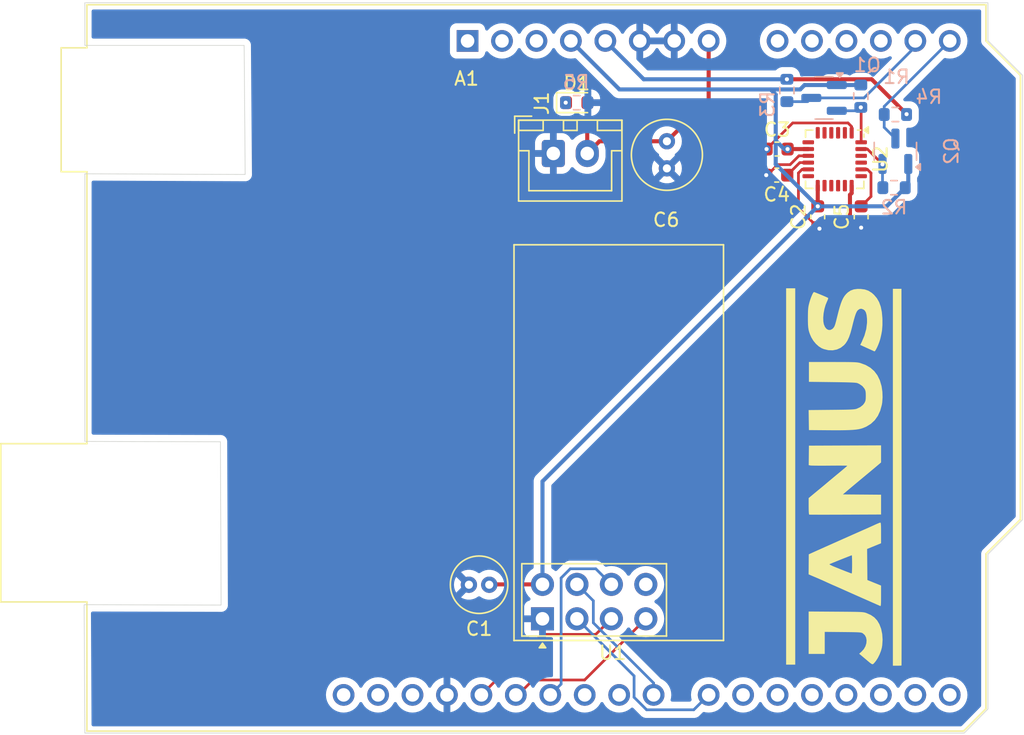
<source format=kicad_pcb>
(kicad_pcb (version 20240108) (generator "pcbnew") (generator_version "8.0")
  (layers (0 "F.Cu" signal) (31 "B.Cu" signal) (34 "B.Paste" user) (35 "F.Paste" user) (36 "B.SilkS" user "B.Silkscreen") (37 "F.SilkS" user "F.Silkscreen") (38 "B.Mask" user) (39 "F.Mask" user) (44 "Edge.Cuts" user))
  (net 0 "")
  (net 2 "CE")
  (net 4 "GND")
  (net 10 "+5V")
  (net 12 "CSN")
  (net 17 "SCL")
  (net 20 "MOSI")
  (net 21 "MISO")
  (net 22 "SDA")
  (net 25 "+BATT")
  (net 26 "SCK")
  (net 30 "+3.3V")
  (net 31 "Net-(U2-REGOUT)")
  (net 32 "Net-(U2-CPOUT)")
  (net 33 "Net-(D1-K)")
  (net 34 "SDA_3.3V")
  (net 35 "SCL_3.3V")
  (footprint "Capacitor_THT:C_Radial_D5.0mm_H7.0mm_P2.00mm" (layer "F.Cu") (at 69.625 38.475 -90)
    (property "Reference" "C6" (at 5.8 0.05 180) (layer "F.SilkS"))
    (property "Value" "100u")
    (fp_circle (center 1 0) (end 3.62 0) (stroke (width 0.12)) (fill none) (layer "F.SilkS"))
    (pad "1" thru_hole circle (at 0 0 270) (size 1.2 1.2) (drill 0.6) (layers "*.Cu" "*.Mask") (net 25 "+BATT"))
    (pad "2" thru_hole circle (at 2 0 270) (size 1.2 1.2) (drill 0.6) (layers "*.Cu" "*.Mask") (net 4 "GND"))
  )
  (footprint "Capacitor_SMD:C_0603_1608Metric" (layer "F.Cu") (at 77.75 39.05)
    (property "Reference" "C3" (at 0 -1.43 360) (layer "F.SilkS"))
    (property "Value" "100n")
    (fp_line (start -0.14058 -0.51) (end 0.14058 -0.51) (stroke (width 0.12)) (layer "F.SilkS"))
    (fp_line (start -0.14058 0.51) (end 0.14058 0.51) (stroke (width 0.12)) (layer "F.SilkS"))
    (pad "1" smd roundrect (at -0.775 0) (size 0.9 0.95) (layers "F.Cu" "F.Paste" "F.Mask") (net 4 "GND"))
    (pad "2" smd roundrect (at 0.775 0) (size 0.9 0.95) (layers "F.Cu" "F.Paste" "F.Mask") (net 30 "+3.3V"))
  )
  (footprint "Module:Arduino_UNO_R3" (layer "F.Cu") (at 54.925 31.07)
    (property "Reference" "A1" (at -0.075 2.78 0) (layer "F.SilkS"))
    (property "Value" "Arduino_UNO_R3")
    (fp_line (start -34.42 29.72) (end -34.42 41.4) (stroke (width 0.12)) (layer "F.SilkS"))
    (fp_line (start -34.42 41.4) (end -28.07 41.4) (stroke (width 0.12)) (layer "F.SilkS"))
    (fp_line (start -29.97 0.51) (end -29.97 9.65) (stroke (width 0.12)) (layer "F.SilkS"))
    (fp_line (start -29.97 9.65) (end -28.07 9.65) (stroke (width 0.12)) (layer "F.SilkS"))
    (fp_line (start -28.07 -2.67) (end -28.07 0.51) (stroke (width 0.12)) (layer "F.SilkS"))
    (fp_line (start -28.07 0.51) (end -29.97 0.51) (stroke (width 0.12)) (layer "F.SilkS"))
    (fp_line (start -28.07 9.65) (end -28.07 29.72) (stroke (width 0.12)) (layer "F.SilkS"))
    (fp_line (start -28.07 29.72) (end -34.42 29.72) (stroke (width 0.12)) (layer "F.SilkS"))
    (fp_line (start -28.07 41.4) (end -28.07 50.93) (stroke (width 0.12)) (layer "F.SilkS"))
    (fp_line (start -28.07 50.93) (end 36.58 50.93) (stroke (width 0.12)) (layer "F.SilkS"))
    (fp_line (start 36.58 50.93) (end 38.23 49.28) (stroke (width 0.12)) (layer "F.SilkS"))
    (fp_line (start 38.23 -2.67) (end -28.07 -2.67) (stroke (width 0.12)) (layer "F.SilkS"))
    (fp_line (start 38.23 0) (end 38.23 -2.67) (stroke (width 0.12)) (layer "F.SilkS"))
    (fp_line (start 38.23 37.85) (end 40.77 35.31) (stroke (width 0.12)) (layer "F.SilkS"))
    (fp_line (start 38.23 49.28) (end 38.23 37.85) (stroke (width 0.12)) (layer "F.SilkS"))
    (fp_line (start 40.77 2.54) (end 38.23 0) (stroke (width 0.12)) (layer "F.SilkS"))
    (fp_line (start 40.77 35.31) (end 40.77 2.54) (stroke (width 0.12)) (layer "F.SilkS"))
    (pad "1" thru_hole rect (at 0 0 90) (size 1.6 1.6) (drill 1) (layers "*.Cu" "*.Mask"))
    (pad "2" thru_hole oval (at 2.54 0 90) (size 1.6 1.6) (drill 1) (layers "*.Cu" "*.Mask"))
    (pad "3" thru_hole oval (at 5.08 0 90) (size 1.6 1.6) (drill 1) (layers "*.Cu" "*.Mask"))
    (pad "4" thru_hole oval (at 7.62 0 90) (size 1.6 1.6) (drill 1) (layers "*.Cu" "*.Mask") (net 30 "+3.3V"))
    (pad "5" thru_hole oval (at 10.16 0 90) (size 1.6 1.6) (drill 1) (layers "*.Cu" "*.Mask") (net 10 "+5V"))
    (pad "6" thru_hole oval (at 12.7 0 90) (size 1.6 1.6) (drill 1) (layers "*.Cu" "*.Mask") (net 4 "GND"))
    (pad "7" thru_hole oval (at 15.24 0 90) (size 1.6 1.6) (drill 1) (layers "*.Cu" "*.Mask") (net 4 "GND"))
    (pad "8" thru_hole oval (at 17.78 0 90) (size 1.6 1.6) (drill 1) (layers "*.Cu" "*.Mask") (net 25 "+BATT"))
    (pad "9" thru_hole oval (at 22.86 0 90) (size 1.6 1.6) (drill 1) (layers "*.Cu" "*.Mask"))
    (pad "10" thru_hole oval (at 25.4 0 90) (size 1.6 1.6) (drill 1) (layers "*.Cu" "*.Mask"))
    (pad "11" thru_hole oval (at 27.94 0 90) (size 1.6 1.6) (drill 1) (layers "*.Cu" "*.Mask"))
    (pad "12" thru_hole oval (at 30.48 0 90) (size 1.6 1.6) (drill 1) (layers "*.Cu" "*.Mask"))
    (pad "13" thru_hole oval (at 33.02 0 90) (size 1.6 1.6) (drill 1) (layers "*.Cu" "*.Mask") (net 22 "SDA"))
    (pad "14" thru_hole oval (at 35.56 0 90) (size 1.6 1.6) (drill 1) (layers "*.Cu" "*.Mask") (net 17 "SCL"))
    (pad "15" thru_hole oval (at 35.56 48.26 90) (size 1.6 1.6) (drill 1) (layers "*.Cu" "*.Mask"))
    (pad "16" thru_hole oval (at 33.02 48.26 90) (size 1.6 1.6) (drill 1) (layers "*.Cu" "*.Mask"))
    (pad "17" thru_hole oval (at 30.48 48.26 90) (size 1.6 1.6) (drill 1) (layers "*.Cu" "*.Mask"))
    (pad "18" thru_hole oval (at 27.94 48.26 90) (size 1.6 1.6) (drill 1) (layers "*.Cu" "*.Mask"))
    (pad "19" thru_hole oval (at 25.4 48.26 90) (size 1.6 1.6) (drill 1) (layers "*.Cu" "*.Mask"))
    (pad "20" thru_hole oval (at 22.86 48.26 90) (size 1.6 1.6) (drill 1) (layers "*.Cu" "*.Mask"))
    (pad "21" thru_hole oval (at 20.32 48.26 90) (size 1.6 1.6) (drill 1) (layers "*.Cu" "*.Mask"))
    (pad "22" thru_hole oval (at 17.78 48.26 90) (size 1.6 1.6) (drill 1) (layers "*.Cu" "*.Mask") (net 2 "CE"))
    (pad "23" thru_hole oval (at 13.72 48.26 90) (size 1.6 1.6) (drill 1) (layers "*.Cu" "*.Mask") (net 12 "CSN"))
    (pad "24" thru_hole oval (at 11.18 48.26 90) (size 1.6 1.6) (drill 1) (layers "*.Cu" "*.Mask"))
    (pad "25" thru_hole oval (at 8.64 48.26 90) (size 1.6 1.6) (drill 1) (layers "*.Cu" "*.Mask"))
    (pad "26" thru_hole oval (at 6.1 48.26 90) (size 1.6 1.6) (drill 1) (layers "*.Cu" "*.Mask") (net 20 "MOSI"))
    (pad "27" thru_hole oval (at 3.56 48.26 90) (size 1.6 1.6) (drill 1) (layers "*.Cu" "*.Mask") (net 21 "MISO"))
    (pad "28" thru_hole oval (at 1.02 48.26 90) (size 1.6 1.6) (drill 1) (layers "*.Cu" "*.Mask") (net 26 "SCK"))
    (pad "29" thru_hole oval (at -1.52 48.26 90) (size 1.6 1.6) (drill 1) (layers "*.Cu" "*.Mask") (net 4 "GND"))
    (pad "30" thru_hole oval (at -4.06 48.26 90) (size 1.6 1.6) (drill 1) (layers "*.Cu" "*.Mask"))
    (pad "31" thru_hole oval (at -6.6 48.26 90) (size 1.6 1.6) (drill 1) (layers "*.Cu" "*.Mask"))
    (pad "32" thru_hole oval (at -9.14 48.26 90) (size 1.6 1.6) (drill 1) (layers "*.Cu" "*.Mask"))
  )
  (footprint "LED_SMD:LED_0603_1608Metric" (layer "F.Cu") (at 62.975 35.625)
    (property "Reference" "D1" (at 0 -1.43 360) (layer "F.SilkS"))
    (property "Value" "LED")
    (fp_line (start -1.485 -0.735) (end -1.485 0.735) (stroke (width 0.12)) (layer "F.SilkS"))
    (fp_line (start -1.485 0.735) (end 0.8 0.735) (stroke (width 0.12)) (layer "F.SilkS"))
    (fp_line (start 0.8 -0.735) (end -1.485 -0.735) (stroke (width 0.12)) (layer "F.SilkS"))
    (pad "1" smd roundrect (at -0.7875 0) (size 0.875 0.95) (layers "F.Cu" "F.Paste" "F.Mask") (net 33 "Net-(D1-K)"))
    (pad "2" smd roundrect (at 0.7875 0) (size 0.875 0.95) (layers "F.Cu" "F.Paste" "F.Mask") (net 25 "+BATT"))
  )
  (footprint "Capacitor_SMD:C_0603_1608Metric" (layer "F.Cu") (at 77.725 40.975 180)
    (property "Reference" "C4" (at 0 -1.43 360) (layer "F.SilkS"))
    (property "Value" "100n")
    (fp_line (start -0.14058 0.51) (end 0.14058 0.51) (stroke (width 0.12)) (layer "F.SilkS"))
    (fp_line (start -0.14058 -0.51) (end 0.14058 -0.51) (stroke (width 0.12)) (layer "F.SilkS"))
    (pad "1" smd roundrect (at -0.775 0 180) (size 0.9 0.95) (layers "F.Cu" "F.Paste" "F.Mask") (net 31 "Net-(U2-REGOUT)"))
    (pad "2" smd roundrect (at 0.775 0 180) (size 0.9 0.95) (layers "F.Cu" "F.Paste" "F.Mask") (net 4 "GND"))
  )
  (footprint "Capacitor_SMD:C_0603_1608Metric" (layer "F.Cu") (at 80.75 44.05 90)
    (property "Reference" "C2" (at 0 -1.43 90) (layer "F.SilkS"))
    (property "Value" "100n")
    (fp_line (start -0.14058 -0.51) (end 0.14058 -0.51) (stroke (width 0.12)) (layer "F.SilkS"))
    (fp_line (start -0.14058 0.51) (end 0.14058 0.51) (stroke (width 0.12)) (layer "F.SilkS"))
    (pad "1" smd roundrect (at -0.775 0 90) (size 0.9 0.95) (layers "F.Cu" "F.Paste" "F.Mask") (net 4 "GND"))
    (pad "2" smd roundrect (at 0.775 0 90) (size 0.9 0.95) (layers "F.Cu" "F.Paste" "F.Mask") (net 30 "+3.3V"))
  )
  (footprint "Capacitor_THT:C_Radial_D4.0mm_H5.0mm_P1.50mm" (layer "F.Cu") (at 56.525 71.2 180)
    (property "Reference" "C1" (at 0.75 -3.25 360) (layer "F.SilkS"))
    (property "Value" "10uf")
    (fp_circle (center 0.75 0) (end 2.87 0) (stroke (width 0.12)) (fill none) (layer "F.SilkS"))
    (pad "1" thru_hole circle (at 0 0 180) (size 1.2 1.2) (drill 0.6) (layers "*.Cu" "*.Mask") (net 30 "+3.3V"))
    (pad "2" thru_hole circle (at 1.5 0 180) (size 1.2 1.2) (drill 0.6) (layers "*.Cu" "*.Mask") (net 4 "GND"))
  )
  (footprint "Sensor_Motion:InvenSense_QFN-24_4x4mm_P0.5mm" (layer "F.Cu") (at 82 39.8 -90)
    (property "Reference" "U2" (at 0 -3.375 90) (layer "F.SilkS"))
    (property "Value" "MPU-6050")
    (fp_line (start -2.15 2.15) (end -1.625 2.15) (stroke (width 0.12)) (layer "F.SilkS"))
    (fp_line (start -2.15 2.15) (end -2.15 1.625) (stroke (width 0.12)) (layer "F.SilkS"))
    (fp_line (start 2.15 2.15) (end 1.625 2.15) (stroke (width 0.12)) (layer "F.SilkS"))
    (fp_line (start 2.15 2.15) (end 2.15 1.625) (stroke (width 0.12)) (layer "F.SilkS"))
    (fp_line (start -2.15 -1.685) (end -2.15 -1.91) (stroke (width 0.12)) (layer "F.SilkS"))
    (fp_line (start -1.625 -2.15) (end -1.85 -2.15) (stroke (width 0.12)) (layer "F.SilkS"))
    (fp_line (start 2.15 -2.15) (end 2.15 -1.625) (stroke (width 0.12)) (layer "F.SilkS"))
    (fp_line (start 2.15 -2.15) (end 1.625 -2.15) (stroke (width 0.12)) (layer "F.SilkS"))
    (fp_poly (pts (xy -2.15 -2.15) (xy -2.39 -2.48) (xy -1.91 -2.48) (xy -2.15 -2.15)) (stroke (width 0.12)) (fill solid) (layer "F.SilkS"))
    (pad "1" smd roundrect (at -1.95 -1.25 270) (size 0.85 0.3) (layers "F.Cu" "F.Paste" "F.Mask") (net 4 "GND"))
    (pad "2" smd roundrect (at -1.95 -0.75 270) (size 0.85 0.3) (layers "F.Cu" "F.Paste" "F.Mask"))
    (pad "3" smd roundrect (at -1.95 -0.25 270) (size 0.85 0.3) (layers "F.Cu" "F.Paste" "F.Mask"))
    (pad "4" smd roundrect (at -1.95 0.25 270) (size 0.85 0.3) (layers "F.Cu" "F.Paste" "F.Mask"))
    (pad "5" smd roundrect (at -1.95 0.75 270) (size 0.85 0.3) (layers "F.Cu" "F.Paste" "F.Mask"))
    (pad "6" smd roundrect (at -1.95 1.25 270) (size 0.85 0.3) (layers "F.Cu" "F.Paste" "F.Mask"))
    (pad "7" smd roundrect (at -1.25 1.95) (size 0.85 0.3) (layers "F.Cu" "F.Paste" "F.Mask"))
    (pad "8" smd roundrect (at -0.75 1.95) (size 0.85 0.3) (layers "F.Cu" "F.Paste" "F.Mask") (net 30 "+3.3V"))
    (pad "9" smd roundrect (at -0.25 1.95) (size 0.85 0.3) (layers "F.Cu" "F.Paste" "F.Mask") (net 4 "GND"))
    (pad "10" smd roundrect (at 0.25 1.95) (size 0.85 0.3) (layers "F.Cu" "F.Paste" "F.Mask") (net 31 "Net-(U2-REGOUT)"))
    (pad "11" smd roundrect (at 0.75 1.95) (size 0.85 0.3) (layers "F.Cu" "F.Paste" "F.Mask") (net 4 "GND"))
    (pad "12" smd roundrect (at 1.25 1.95) (size 0.85 0.3) (layers "F.Cu" "F.Paste" "F.Mask"))
    (pad "13" smd roundrect (at 1.95 1.25 270) (size 0.85 0.3) (layers "F.Cu" "F.Paste" "F.Mask") (net 30 "+3.3V"))
    (pad "14" smd roundrect (at 1.95 0.75 270) (size 0.85 0.3) (layers "F.Cu" "F.Paste" "F.Mask"))
    (pad "15" smd roundrect (at 1.95 0.25 270) (size 0.85 0.3) (layers "F.Cu" "F.Paste" "F.Mask"))
    (pad "16" smd roundrect (at 1.95 -0.25 270) (size 0.85 0.3) (layers "F.Cu" "F.Paste" "F.Mask"))
    (pad "17" smd roundrect (at 1.95 -0.75 270) (size 0.85 0.3) (layers "F.Cu" "F.Paste" "F.Mask"))
    (pad "18" smd roundrect (at 1.95 -1.25 270) (size 0.85 0.3) (layers "F.Cu" "F.Paste" "F.Mask") (net 4 "GND"))
    (pad "19" smd roundrect (at 1.25 -1.95) (size 0.85 0.3) (layers "F.Cu" "F.Paste" "F.Mask"))
    (pad "20" smd roundrect (at 0.75 -1.95) (size 0.85 0.3) (layers "F.Cu" "F.Paste" "F.Mask") (net 32 "Net-(U2-CPOUT)"))
    (pad "21" smd roundrect (at 0.25 -1.95) (size 0.85 0.3) (layers "F.Cu" "F.Paste" "F.Mask"))
    (pad "22" smd roundrect (at -0.25 -1.95) (size 0.85 0.3) (layers "F.Cu" "F.Paste" "F.Mask"))
    (pad "23" smd roundrect (at -0.75 -1.95) (size 0.85 0.3) (layers "F.Cu" "F.Paste" "F.Mask") (net 35 "SCL_3.3V"))
    (pad "24" smd roundrect (at -1.25 -1.95) (size 0.85 0.3) (layers "F.Cu" "F.Paste" "F.Mask") (net 34 "SDA_3.3V"))
  )
  (footprint "Connector_JST:JST_XH_B2B-XH-A_1x02_P2.50mm_Vertical" (layer "F.Cu") (at 61.25 39.375)
    (property "Reference" "J1" (at -0.85 -3.7 90) (layer "F.SilkS"))
    (property "Value" "POWER CONN")
    (fp_line (start -2.85 -2.75) (end -2.85 -1.5) (stroke (width 0.12)) (layer "F.SilkS"))
    (fp_line (start -2.56 -2.46) (end -2.56 3.51) (stroke (width 0.12)) (layer "F.SilkS"))
    (fp_line (start -2.56 3.51) (end 5.06 3.51) (stroke (width 0.12)) (layer "F.SilkS"))
    (fp_line (start -2.55 -2.45) (end -2.55 -1.7) (stroke (width 0.12)) (layer "F.SilkS"))
    (fp_line (start -2.55 -1.7) (end -0.75 -1.7) (stroke (width 0.12)) (layer "F.SilkS"))
    (fp_line (start -2.55 -0.2) (end -1.8 -0.2) (stroke (width 0.12)) (layer "F.SilkS"))
    (fp_line (start -1.8 -0.2) (end -1.8 2.75) (stroke (width 0.12)) (layer "F.SilkS"))
    (fp_line (start -1.8 2.75) (end 1.25 2.75) (stroke (width 0.12)) (layer "F.SilkS"))
    (fp_line (start -1.6 -2.75) (end -2.85 -2.75) (stroke (width 0.12)) (layer "F.SilkS"))
    (fp_line (start -0.75 -2.45) (end -2.55 -2.45) (stroke (width 0.12)) (layer "F.SilkS"))
    (fp_line (start -0.75 -1.7) (end -0.75 -2.45) (stroke (width 0.12)) (layer "F.SilkS"))
    (fp_line (start 0.75 -2.45) (end 0.75 -1.7) (stroke (width 0.12)) (layer "F.SilkS"))
    (fp_line (start 0.75 -1.7) (end 1.75 -1.7) (stroke (width 0.12)) (layer "F.SilkS"))
    (fp_line (start 1.75 -2.45) (end 0.75 -2.45) (stroke (width 0.12)) (layer "F.SilkS"))
    (fp_line (start 1.75 -1.7) (end 1.75 -2.45) (stroke (width 0.12)) (layer "F.SilkS"))
    (fp_line (start 3.25 -2.45) (end 3.25 -1.7) (stroke (width 0.12)) (layer "F.SilkS"))
    (fp_line (start 3.25 -1.7) (end 5.05 -1.7) (stroke (width 0.12)) (layer "F.SilkS"))
    (fp_line (start 4.3 -0.2) (end 4.3 2.75) (stroke (width 0.12)) (layer "F.SilkS"))
    (fp_line (start 4.3 2.75) (end 1.25 2.75) (stroke (width 0.12)) (layer "F.SilkS"))
    (fp_line (start 5.05 -2.45) (end 3.25 -2.45) (stroke (width 0.12)) (layer "F.SilkS"))
    (fp_line (start 5.05 -1.7) (end 5.05 -2.45) (stroke (width 0.12)) (layer "F.SilkS"))
    (fp_line (start 5.05 -0.2) (end 4.3 -0.2) (stroke (width 0.12)) (layer "F.SilkS"))
    (fp_line (start 5.06 -2.46) (end -2.56 -2.46) (stroke (width 0.12)) (layer "F.SilkS"))
    (fp_line (start 5.06 3.51) (end 5.06 -2.46) (stroke (width 0.12)) (layer "F.SilkS"))
    (pad "1" thru_hole roundrect (at 0 0) (size 1.7 2) (drill 1) (layers "*.Cu" "*.Mask") (roundrect_rratio 0.147059) (net 4 "GND"))
    (pad "2" thru_hole oval (at 2.5 0) (size 1.7 2) (drill 1) (layers "*.Cu" "*.Mask") (net 25 "+BATT"))
  )
  (footprint "LOGO" (layer "F.Cu") (at 82.65 63.25 90)
    (property "Reference" "G***" (hide yes))
    (property "Value" "LOGO" (hide yes))
    (fp_poly (pts (xy 13.92648 -3.89704) (xy 13.92648 -3.560747) (xy 0.039564 -3.560747) (xy -13.847352 -3.560747) (xy -13.847352 -3.89704) (xy -13.847352 -4.233333) (xy 0.039564 -4.233333) (xy 13.92648 -4.233333)) (fill solid) (layer "F.SilkS"))
    (fp_poly (pts (xy 13.886916 3.956275) (xy 13.886916 4.272675) (xy -0.003297 4.282677) (xy -1.046956 4.283382) (xy -2.070288 4.283982) (xy -3.070464 4.284478) (xy -4.04465 4.284871) (xy -4.990017 4.285163) (xy -5.903731 4.285355) (xy -6.782963 4.285448) (xy -7.624881 4.285444) (xy -8.426653 4.285344) (xy -9.185447 4.285149) (xy -9.898433 4.284861) (xy -10.56278 4.28448) (xy -11.175655 4.284009) (xy -11.734227 4.283448) (xy -12.235666 4.2828) (xy -12.677139 4.282064) (xy -13.055815 4.281243) (xy -13.368863 4.280338) (xy -13.613452 4.27935) (xy -13.786749 4.278281) (xy -13.885925 4.277131) (xy -13.909995 4.276194) (xy -13.917765 4.231601) (xy -13.923563 4.128174) (xy -13.926366 3.986202) (xy -13.926479 3.949793) (xy -13.926479 3.639876) (xy -0.019782 3.639876) (xy 13.886916 3.639876)) (fill solid) (layer "F.SilkS"))
    (fp_poly (pts (xy -9.93843 -0.563785) (xy -9.941449 -0.113311) (xy -9.944348 0.265271) (xy -9.947455 0.579194) (xy -9.951102 0.835693) (xy -9.955617 1.042001) (xy -9.961332 1.205354) (xy -9.968575 1.332984) (xy -9.977677 1.432127) (xy -9.988967 1.510015) (xy -10.002776 1.573883) (xy -10.019433 1.630966) (xy -10.039268 1.688497) (xy -10.041409 1.694469) (xy -10.184385 2.016398) (xy -10.363393 2.275154) (xy -10.588379 2.482267) (xy -10.861984 2.645725) (xy -11.204894 2.774972) (xy -11.591175 2.854542) (xy -12.001007 2.882375) (xy -12.414565 2.856415) (xy -12.599452 2.826071) (xy -12.840682 2.759712) (xy -13.099264 2.657872) (xy -13.349377 2.533031) (xy -13.565199 2.397669) (xy -13.683153 2.302304) (xy -13.748582 2.243184) (xy -13.794349 2.197079) (xy -13.816319 2.153517) (xy -13.810359 2.102032) (xy -13.772335 2.032154) (xy -13.698114 1.933416) (xy -13.583562 1.795347) (xy -13.424545 1.60748) (xy -13.394936 1.572381) (xy -13.04143 1.152848) (xy -12.890056 1.324818) (xy -12.70148 1.495619) (xy -12.489356 1.615664) (xy -12.266831 1.684046) (xy -12.047056 1.699863) (xy -11.843178 1.66221) (xy -11.668345 1.570182) (xy -11.535708 1.422875) (xy -11.532866 1.418174) (xy -11.511387 1.378196) (xy -11.494043 1.331844) (xy -11.480297 1.270446) (xy -11.469609 1.185331) (xy -11.461444 1.067825) (xy -11.455263 0.909256) (xy -11.450529 0.700953) (xy -11.446704 0.434242) (xy -11.443251 0.100452) (xy -11.441892 -0.049455) (xy -11.430045 -1.384735) (xy -12.24306 -1.384735) (xy -13.056074 -1.384735) (xy -13.056074 -1.978193) (xy -13.056074 -2.571651) (xy -11.490702 -2.571651) (xy -9.92533 -2.571651)) (fill solid) (layer "F.SilkS"))
    (fp_poly (pts (xy -1.301367 -2.268223) (xy -1.163201 -2.101925) (xy -1.016182 -1.9241) (xy -0.885877 -1.765698) (xy -0.850623 -1.722621) (xy -0.726973 -1.572695) (xy -0.58011 -1.396733) (xy -0.438407 -1.228699) (xy -0.41542 -1.20166) (xy -0.312139 -1.079351) (xy -0.171908 -0.911846) (xy -0.008009 -0.715088) (xy 0.166274 -0.505018) (xy 0.316511 -0.323226) (xy 0.469321 -0.139091) (xy 0.604972 0.022183) (xy 0.715512 0.151322) (xy 0.792991 0.239052) (xy 0.829458 0.276098) (xy 0.830842 0.276712) (xy 0.835231 0.238766) (xy 0.838548 0.13095) (xy 0.840739 -0.037484) (xy 0.84175 -0.257283) (xy 0.841527 -0.519197) (xy 0.840018 -0.813974) (xy 0.838323 -1.018741) (xy 0.836042 -1.336997) (xy 0.835318 -1.634661) (xy 0.836068 -1.901239) (xy 0.838208 -2.126237) (xy 0.841655 -2.299161) (xy 0.846327 -2.409518) (xy 0.84955 -2.440636) (xy 0.873078 -2.566786) (xy 1.593782 -2.559327) (xy 2.314486 -2.551869) (xy 2.324656 0.108801) (xy 2.334825 2.769471) (xy 1.703939 2.769471) (xy 1.073052 2.769471) (xy 0.797225 2.443069) (xy 0.689744 2.315288) (xy 0.543552 2.140634) (xy 0.370395 1.933184) (xy 0.182019 1.707018) (xy -0.00983 1.476215) (xy -0.085751 1.384735) (xy -0.277354 1.154118) (xy -0.471844 0.920676) (xy -0.657055 0.698966) (xy -0.820821 0.503543) (xy -0.950977 0.348961) (xy -0.989362 0.30364) (xy -1.285825 -0.045524) (xy -1.296216 1.361973) (xy -1.306607 2.769471) (xy -2.037483 2.769471) (xy -2.76836 2.769471) (xy -2.778806 0.138418) (xy -2.780395 -0.311191) (xy -2.781523 -0.737723) (xy -2.782197 -1.134553) (xy -2.782423 -1.495055) (xy -2.782208 -1.812603) (xy -2.78156 -2.080572) (xy -2.780484 -2.292334) (xy -2.778988 -2.441265) (xy -2.777078 -2.520738) (xy -2.776064 -2.532143) (xy -2.732288 -2.547692) (xy -2.618206 -2.559813) (xy -2.442588 -2.567946) (xy -2.214205 -2.571529) (xy -2.158584 -2.571651) (xy -1.554292 -2.571651)) (fill solid) (layer "F.SilkS"))
    (fp_poly (pts (xy 4.954729 -0.900941) (xy 4.958794 -0.480113) (xy 4.963172 -0.130809) (xy 4.968186 0.154578) (xy 4.97416 0.383651) (xy 4.981415 0.564017) (xy 4.990275 0.703279) (xy 5.001062 0.809042) (xy 5.014099 0.888912) (xy 5.029709 0.950493) (xy 5.033833 0.963272) (xy 5.155888 1.229555) (xy 5.321022 1.43515) (xy 5.470248 1.545902) (xy 5.565851 1.593967) (xy 5.662685 1.622977) (xy 5.785294 1.637431) (xy 5.958222 1.641829) (xy 5.993926 1.641901) (xy 6.177735 1.638747) (xy 6.307097 1.626288) (xy 6.406549 1.60003) (xy 6.500624 1.555477) (xy 6.517452 1.545987) (xy 6.70588 1.393151) (xy 6.859859 1.171757) (xy 6.926128 1.028661) (xy 6.940453 0.976677) (xy 6.952782 0.89337) (xy 6.963378 0.772324) (xy 6.972502 0.607121) (xy 6.980417 0.391346) (xy 6.987385 0.118581) (xy 6.993668 -0.217591) (xy 6.999529 -0.623585) (xy 7.002098 -0.830841) (xy 7.022586 -2.551869) (xy 7.754518 -2.551869) (xy 8.486449 -2.551869) (xy 8.486302 -0.791277) (xy 8.486006 -0.364921) (xy 8.485009 -0.009803) (xy 8.48303 0.281965) (xy 8.479787 0.518271) (xy 8.475 0.707005) (xy 8.468387 0.856054) (xy 8.459667 0.973307) (xy 8.448559 1.066653) (xy 8.434783 1.143979) (xy 8.418056 1.213174) (xy 8.414402 1.22648) (xy 8.26739 1.630929) (xy 8.067635 1.977089) (xy 7.81378 2.266198) (xy 7.504467 2.499495) (xy 7.138338 2.678217) (xy 6.714034 2.803602) (xy 6.675217 2.811845) (xy 6.289265 2.866983) (xy 5.885194 2.88132) (xy 5.497418 2.854473) (xy 5.327294 2.826868) (xy 4.891069 2.707237) (xy 4.512034 2.532988) (xy 4.189893 2.303875) (xy 3.924354 2.019656) (xy 3.71512 1.680087) (xy 3.597752 1.397077) (xy 3.557814 1.26255) (xy 3.524837 1.107241) (xy 3.498374 0.923652) (xy 3.477975 0.704286) (xy 3.463191 0.441646) (xy 3.453575 0.128234) (xy 3.448676 -0.243448) (xy 3.448047 -0.680897) (xy 3.450197 -1.068224) (xy 3.461838 -2.551869) (xy 4.200971 -2.562623) (xy 4.940105 -2.573377)) (fill solid) (layer "F.SilkS"))
    (fp_poly (pts (xy -6.444323 -2.56895) (xy -5.704663 -2.563052) (xy -5.5579 -2.240949) (xy -5.497982 -2.108543) (xy -5.410547 -1.914081) (xy -5.30017 -1.667834) (xy -5.171432 -1.38007) (xy -5.028908 -1.061062) (xy -4.877176 -0.721077) (xy -4.720816 -0.370388) (xy -4.564403 -0.019264) (xy -4.412516 0.322026) (xy -4.269732 0.64321) (xy -4.14063 0.934019) (xy -4.029787 1.184183) (xy -3.94178 1.383431) (xy -3.897732 1.483645) (xy -3.799933 1.705072) (xy -3.694449 1.940931) (xy -3.595055 2.160571) (xy -3.526337 2.310128) (xy -3.456214 2.466298) (xy -3.401149 2.598902) (xy -3.36858 2.689482) (xy -3.362928 2.715658) (xy -3.37671 2.73481) (xy -3.424143 2.749032) (xy -3.514355 2.758965) (xy -3.656477 2.765254) (xy -3.859636 2.768541) (xy -4.126585 2.769471) (xy -4.890242 2.769471) (xy -5.100965 2.254551) (xy -5.311689 1.739631) (xy -6.457385 1.750112) (xy -7.603081 1.760592) (xy -7.807381 2.26465) (xy -8.011682 2.768708) (xy -8.777519 2.769089) (xy -9.052034 2.768139) (xy -9.255512 2.764622) (xy -9.396017 2.758009) (xy -9.481613 2.74777) (xy -9.520364 2.733373) (xy -9.523739 2.720016) (xy -9.501096 2.667087) (xy -9.450791 2.55195) (xy -9.377296 2.384703) (xy -9.285081 2.175447) (xy -9.178618 1.934283) (xy -9.062378 1.671309) (xy -8.940833 1.396628) (xy -8.818453 1.120338) (xy -8.69971 0.85254) (xy -8.589082 0.603349) (xy -7.121416 0.603349) (xy -7.084022 0.613086) (xy -6.980348 0.621481) (xy -6.823237 0.627967) (xy -6.625534 0.631977) (xy -6.448909 0.633022) (xy -6.228191 0.631789) (xy -6.037902 0.628374) (xy -5.890889 0.623198) (xy -5.799999 0.616686) (xy -5.776324 0.610869) (xy -5.790362 0.569022) (xy -5.829029 0.46682) (xy -5.887154 0.317209) (xy -5.959566 0.133138) (xy -6.041094 -0.072447) (xy -6.126566 -0.2866) (xy -6.210811 -0.496373) (xy -6.288659 -0.688819) (xy -6.354938 -0.850991) (xy -6.404477 -0.969944) (xy -6.432104 -1.032729) (xy -6.434899 -1.037999) (xy -6.458627 -1.02068) (xy -6.503447 -0.943796) (xy -6.561657 -0.821483) (xy -6.594497 -0.745018) (xy -6.679235 -0.538953) (xy -6.768496 -0.318205) (xy -6.857321 -0.095464) (xy -6.940751 0.116581) (xy -7.013828 0.305242) (xy -7.071592 0.457828) (xy -7.109086 0.561651) (xy -7.121416 0.603349) (xy -8.589082 0.603349) (xy -8.589075 0.603334) (xy -8.49102 0.38282) (xy -8.410015 0.201099) (xy -8.350532 0.06827) (xy -8.319613 0) (xy -8.252565 -0.148263) (xy -8.171651 -0.330694) (xy -8.094002 -0.508658) (xy -8.091555 -0.51433) (xy -8.014808 -0.69134) (xy -7.943369 -0.853638) (xy -7.867298 -1.023436) (xy -7.77665 -1.222947) (xy -7.675392 -1.444081) (xy -7.590876 -1.631854) (xy -7.499201 -1.840982) (xy -7.432141 -1.997975) (xy -7.364604 -2.157975) (xy -7.299177 -2.311311) (xy -7.250012 -2.42481) (xy -7.249979 -2.424885) (xy -7.183984 -2.574849)) (fill solid) (layer "F.SilkS"))
    (fp_poly (pts (xy 12.038823 -2.624893) (xy 12.246359 -2.619316) (xy 12.410938 -2.608926) (xy 12.550637 -2.591986) (xy 12.683536 -2.566758) (xy 12.827714 -2.531504) (xy 12.861775 -2.522489) (xy 13.063149 -2.462745) (xy 13.255368 -2.395103) (xy 13.424056 -2.325806) (xy 13.554839 -2.261096) (xy 13.633342 -2.207215) (xy 13.649533 -2.18042) (xy 13.634821 -2.131249) (xy 13.59533 -2.026307) (xy 13.538033 -1.882299) (xy 13.469898 -1.715931) (xy 13.397897 -1.543912) (xy 13.329001 -1.382948) (xy 13.27018 -1.249745) (xy 13.228404 -1.16101) (xy 13.213085 -1.134357) (xy 13.165191 -1.132879) (xy 13.071394 -1.163223) (xy 12.985264 -1.202483) (xy 12.707347 -1.319126) (xy 12.396767 -1.408927) (xy 12.074121 -1.468926) (xy 11.760005 -1.496165) (xy 11.475015 -1.487683) (xy 11.267922 -1.449272) (xy 11.068662 -1.365741) (xy 10.929829 -1.253897) (xy 10.855344 -1.122877) (xy 10.849127 -0.981815) (xy 10.915098 -0.839847) (xy 10.976831 -0.770952) (xy 11.034599 -0.721984) (xy 11.101547 -0.680399) (xy 11.19056 -0.641572) (xy 11.314522 -0.600874) (xy 11.486319 -0.553677) (xy 11.718835 -0.495355) (xy 11.797781 -0.476108) (xy 12.200236 -0.375015) (xy 12.534013 -0.282682) (xy 12.808514 -0.195013) (xy 13.033136 -0.107909) (xy 13.21728 -0.017271) (xy 13.370345 0.080998) (xy 13.50173 0.190996) (xy 13.620833 0.316822) (xy 13.623469 0.319895) (xy 13.759684 0.521138) (xy 13.843964 0.75217) (xy 13.880009 1.026684) (xy 13.878002 1.262156) (xy 13.837188 1.574094) (xy 13.744574 1.840775) (xy 13.590585 2.083861) (xy 13.440281 2.252456) (xy 13.191651 2.462417) (xy 12.90403 2.626177) (xy 12.569852 2.746318) (xy 12.18155 2.825425) (xy 11.731558 2.866079) (xy 11.631776 2.869875) (xy 11.201151 2.869812) (xy 10.836529 2.841912) (xy 10.741589 2.82826) (xy 10.537603 2.79054) (xy 10.322114 2.743337) (xy 10.136296 2.695792) (xy 10.108567 2.687721) (xy 9.927592 2.627465) (xy 9.744144 2.555901) (xy 9.572512 2.479942) (xy 9.426986 2.406503) (xy 9.321853 2.342497) (xy 9.271402 2.294839) (xy 9.269757 2.281839) (xy 9.29202 2.230417) (xy 9.340621 2.121561) (xy 9.409023 1.969815) (xy 9.490689 1.78972) (xy 9.516306 1.733416) (xy 9.744859 1.231473) (xy 9.966277 1.342726) (xy 10.439986 1.544287) (xy 10.915051 1.675246) (xy 11.382601 1.733594) (xy 11.681896 1.731406) (xy 11.947489 1.701786) (xy 12.144558 1.648899) (xy 12.28109 1.569659) (xy 12.36108 1.468945) (xy 12.414988 1.324956) (xy 12.404847 1.204225) (xy 12.328037 1.080138) (xy 12.322143 1.073063) (xy 12.26067 1.015936) (xy 12.170151 0.960731) (xy 12.042415 0.904608) (xy 11.86929 0.844729) (xy 11.642606 0.778253) (xy 11.354192 0.702343) (xy 11.014025 0.618528) (xy 10.632263 0.515967) (xy 10.319362 0.407471) (xy 10.065063 0.288424) (xy 9.859108 0.15421) (xy 9.730055 0.040676) (xy 9.535531 -0.207435) (xy 9.407653 -0.490449) (xy 9.347769 -0.798578) (xy 9.357222 -1.122037) (xy 9.437359 -1.451041) (xy 9.502871 -1.611386) (xy 9.635436 -1.824958) (xy 9.825357 -2.035589) (xy 10.052484 -2.224404) (xy 10.296668 -2.372532) (xy 10.334961 -2.390734) (xy 10.523017 -2.472342) (xy 10.69177 -2.533347) (xy 10.858145 -2.576538) (xy 11.039063 -2.604707) (xy 11.251449 -2.620644) (xy 11.512223 -2.627138) (xy 11.77025 -2.627394)) (fill solid) (layer "F.SilkS"))
  )
  (footprint "Capacitor_SMD:C_0603_1608Metric" (layer "F.Cu") (at 83.95 44.05 90)
    (property "Reference" "C5" (at 0 -1.43 90) (layer "F.SilkS"))
    (property "Value" "220p")
    (fp_line (start -0.14058 -0.51) (end 0.14058 -0.51) (stroke (width 0.12)) (layer "F.SilkS"))
    (fp_line (start -0.14058 0.51) (end 0.14058 0.51) (stroke (width 0.12)) (layer "F.SilkS"))
    (pad "1" smd roundrect (at -0.775 0 90) (size 0.9 0.95) (layers "F.Cu" "F.Paste" "F.Mask") (net 4 "GND"))
    (pad "2" smd roundrect (at 0.775 0 90) (size 0.9 0.95) (layers "F.Cu" "F.Paste" "F.Mask") (net 32 "Net-(U2-CPOUT)"))
  )
  (footprint "RF_Module:nRF24L01_Breakout" (layer "F.Cu") (at 60.45 73.7145 90)
    (property "Reference" "U1" (at -2.5105 5.175 180) (layer "F.SilkS"))
    (property "Value" "NRF24L01_Breakout")
    (fp_line (start 27.6 -2.1) (end 27.6 13.35) (stroke (width 0.12)) (layer "F.SilkS"))
    (fp_line (start -1.6 -2.1) (end 27.6 -2.1) (stroke (width 0.12)) (layer "F.SilkS"))
    (fp_line (start -1.6 -2.1) (end -1.6 -2.1) (stroke (width 0.12)) (layer "F.SilkS"))
    (fp_line (start 4.064 -1.524) (end 4.064 9.144) (stroke (width 0.12)) (layer "F.SilkS"))
    (fp_line (start -1.27 -1.524) (end 4.064 -1.524) (stroke (width 0.12)) (layer "F.SilkS"))
    (fp_line (start -1.27 -1.524) (end -1.27 -1.524) (stroke (width 0.12)) (layer "F.SilkS"))
    (fp_line (start 4.064 9.144) (end -1.27 9.144) (stroke (width 0.12)) (layer "F.SilkS"))
    (fp_line (start -1.27 9.144) (end -1.27 -1.524) (stroke (width 0.12)) (layer "F.SilkS"))
    (fp_line (start -1.27 9.144) (end -1.27 9.144) (stroke (width 0.12)) (layer "F.SilkS"))
    (fp_line (start 27.6 13.35) (end -1.6 13.35) (stroke (width 0.12)) (layer "F.SilkS"))
    (fp_line (start -1.6 13.35) (end -1.6 -2.1) (stroke (width 0.12)) (layer "F.SilkS"))
    (fp_poly (pts (xy -1.8 0) (xy -2.136 0.24) (xy -2.136 -0.24) (xy -1.8 0)) (stroke (width 0.12)) (fill solid) (layer "F.SilkS"))
    (pad "1" thru_hole rect (at 0 0 90) (size 1.7 1.7) (drill 1) (layers "*.Cu" "*.Mask") (net 4 "GND"))
    (pad "2" thru_hole circle (at 2.54 0 90) (size 1.7 1.7) (drill 1) (layers "*.Cu" "*.Mask") (net 30 "+3.3V"))
    (pad "3" thru_hole circle (at 0 2.54 90) (size 1.7 1.7) (drill 1) (layers "*.Cu" "*.Mask") (net 2 "CE"))
    (pad "4" thru_hole circle (at 2.54 2.54 90) (size 1.7 1.7) (drill 1) (layers "*.Cu" "*.Mask") (net 12 "CSN"))
    (pad "5" thru_hole circle (at 0 5.08 90) (size 1.7 1.7) (drill 1) (layers "*.Cu" "*.Mask") (net 26 "SCK"))
    (pad "6" thru_hole circle (at 2.54 5.08 90) (size 1.7 1.7) (drill 1) (layers "*.Cu" "*.Mask") (net 20 "MOSI"))
    (pad "7" thru_hole circle (at 0 7.62 90) (size 1.7 1.7) (drill 1) (layers "*.Cu" "*.Mask") (net 21 "MISO"))
    (pad "8" thru_hole circle (at 2.54 7.62 90) (size 1.7 1.7) (drill 1) (layers "*.Cu" "*.Mask"))
  )
  (footprint "Resistor_SMD:R_0603_1608Metric" (layer "B.Cu") (at 62.975 35.625)
    (property "Reference" "R5" (at -0.05 -1.5 360) (layer "B.SilkS") (effects (justify mirror)))
    (property "Value" "1k")
    (fp_line (start 0.237258 -0.5225) (end -0.237258 -0.5225) (stroke (width 0.12)) (layer "B.SilkS"))
    (fp_line (start 0.237258 0.5225) (end -0.237258 0.5225) (stroke (width 0.12)) (layer "B.SilkS"))
    (pad "1" smd roundrect (at -0.825 0) (size 0.8 0.95) (layers "B.Cu" "B.Paste" "B.Mask") (net 33 "Net-(D1-K)"))
    (pad "2" smd roundrect (at 0.825 0) (size 0.8 0.95) (layers "B.Cu" "B.Paste" "B.Mask") (net 4 "GND"))
  )
  (footprint "Resistor_SMD:R_0603_1608Metric" (layer "B.Cu") (at 83.925 35.15 -90)
    (property "Reference" "R1" (at -1.425 -2.625 180) (layer "B.SilkS") (effects (justify mirror)))
    (property "Value" "10K")
    (fp_line (start 0.237258 0.5225) (end -0.237258 0.5225) (stroke (width 0.12)) (layer "B.SilkS"))
    (fp_line (start 0.237258 -0.5225) (end -0.237258 -0.5225) (stroke (width 0.12)) (layer "B.SilkS"))
    (pad "1" smd roundrect (at -0.825 0 270) (size 0.8 0.95) (layers "B.Cu" "B.Paste" "B.Mask") (net 30 "+3.3V"))
    (pad "2" smd roundrect (at 0.825 0 270) (size 0.8 0.95) (layers "B.Cu" "B.Paste" "B.Mask") (net 34 "SDA_3.3V"))
  )
  (footprint "Resistor_SMD:R_0603_1608Metric" (layer "B.Cu") (at 86.375 41.9 180)
    (property "Reference" "R2" (at 0 -1.45 360) (layer "B.SilkS") (effects (justify mirror)))
    (property "Value" "10K")
    (fp_line (start 0.237258 0.5225) (end -0.237258 0.5225) (stroke (width 0.12)) (layer "B.SilkS"))
    (fp_line (start 0.237258 -0.5225) (end -0.237258 -0.5225) (stroke (width 0.12)) (layer "B.SilkS"))
    (pad "1" smd roundrect (at -0.825 0 180) (size 0.8 0.95) (layers "B.Cu" "B.Paste" "B.Mask") (net 30 "+3.3V"))
    (pad "2" smd roundrect (at 0.825 0 180) (size 0.8 0.95) (layers "B.Cu" "B.Paste" "B.Mask") (net 35 "SCL_3.3V"))
  )
  (footprint "Package_TO_SOT_SMD:SOT-23" (layer "B.Cu") (at 86.475 39.2125 90)
    (property "Reference" "Q2" (at 0.0125 4.125 90) (layer "B.SilkS") (effects (justify mirror)))
    (property "Value" "BSS138")
    (fp_line (start 0.65 -1.56) (end 0 -1.56) (stroke (width 0.12)) (layer "B.SilkS"))
    (fp_line (start -0.65 -1.56) (end 0 -1.56) (stroke (width 0.12)) (layer "B.SilkS"))
    (fp_line (start 0.65 1.56) (end 0 1.56) (stroke (width 0.12)) (layer "B.SilkS"))
    (fp_line (start -0.65 1.56) (end 0 1.56) (stroke (width 0.12)) (layer "B.SilkS"))
    (fp_poly (pts (xy -1.1625 1.51) (xy -1.4025 1.84) (xy -0.9225 1.84) (xy -1.1625 1.51)) (stroke (width 0.12)) (fill solid) (layer "B.SilkS"))
    (pad "1" smd roundrect (at -0.9375 0.95 90) (size 1.475 0.6) (layers "B.Cu" "B.Paste" "B.Mask") (net 30 "+3.3V"))
    (pad "2" smd roundrect (at -0.9375 -0.95 90) (size 1.475 0.6) (layers "B.Cu" "B.Paste" "B.Mask") (net 35 "SCL_3.3V"))
    (pad "3" smd roundrect (at 0.9375 0 90) (size 1.475 0.6) (layers "B.Cu" "B.Paste" "B.Mask") (net 17 "SCL"))
  )
  (footprint "Resistor_SMD:R_0603_1608Metric" (layer "B.Cu") (at 78.475 34.725 -90)
    (property "Reference" "R3" (at 1.025 1.425 90) (layer "B.SilkS") (effects (justify mirror)))
    (property "Value" "10K")
    (fp_line (start 0.237258 0.5225) (end -0.237258 0.5225) (stroke (width 0.12)) (layer "B.SilkS"))
    (fp_line (start 0.237258 -0.5225) (end -0.237258 -0.5225) (stroke (width 0.12)) (layer "B.SilkS"))
    (pad "1" smd roundrect (at -0.825 0 270) (size 0.8 0.95) (layers "B.Cu" "B.Paste" "B.Mask") (net 10 "+5V"))
    (pad "2" smd roundrect (at 0.825 0 270) (size 0.8 0.95) (layers "B.Cu" "B.Paste" "B.Mask") (net 22 "SDA"))
  )
  (footprint "Package_TO_SOT_SMD:SOT-23" (layer "B.Cu") (at 81.2125 35.275 180)
    (property "Reference" "Q1" (at -3.1875 2.425 360) (layer "B.SilkS") (effects (justify mirror)))
    (property "Value" "BSS138")
    (fp_line (start 0.65 1.56) (end 0 1.56) (stroke (width 0.12)) (layer "B.SilkS"))
    (fp_line (start 0.65 -1.56) (end 0 -1.56) (stroke (width 0.12)) (layer "B.SilkS"))
    (fp_line (start -0.65 1.56) (end 0 1.56) (stroke (width 0.12)) (layer "B.SilkS"))
    (fp_line (start -0.65 -1.56) (end 0 -1.56) (stroke (width 0.12)) (layer "B.SilkS"))
    (fp_poly (pts (xy -1.1625 1.51) (xy -1.4025 1.84) (xy -0.9225 1.84) (xy -1.1625 1.51)) (stroke (width 0.12)) (fill solid) (layer "B.SilkS"))
    (pad "1" smd roundrect (at -0.9375 0.95 180) (size 1.475 0.6) (layers "B.Cu" "B.Paste" "B.Mask") (net 30 "+3.3V"))
    (pad "2" smd roundrect (at -0.9375 -0.95 180) (size 1.475 0.6) (layers "B.Cu" "B.Paste" "B.Mask") (net 34 "SDA_3.3V"))
    (pad "3" smd roundrect (at 0.9375 0 180) (size 1.475 0.6) (layers "B.Cu" "B.Paste" "B.Mask") (net 22 "SDA"))
  )
  (footprint "Resistor_SMD:R_0603_1608Metric" (layer "B.Cu") (at 86.475 36.5 180)
    (property "Reference" "R4" (at -2.475 1.3 360) (layer "B.SilkS") (effects (justify mirror)))
    (property "Value" "10K")
    (fp_line (start 0.237258 0.5225) (end -0.237258 0.5225) (stroke (width 0.12)) (layer "B.SilkS"))
    (fp_line (start 0.237258 -0.5225) (end -0.237258 -0.5225) (stroke (width 0.12)) (layer "B.SilkS"))
    (pad "1" smd roundrect (at -0.825 0 180) (size 0.8 0.95) (layers "B.Cu" "B.Paste" "B.Mask") (net 10 "+5V"))
    (pad "2" smd roundrect (at 0.825 0 180) (size 0.8 0.95) (layers "B.Cu" "B.Paste" "B.Mask") (net 17 "SCL"))
  )
  (gr_poly (pts (xy 26.7 28.25) (xy 26.7 31.4) (xy 38.45 31.4) (xy 38.525 40.925) (xy 26.7 40.875) (xy 26.7 60.625) (xy 36.7 60.65) (xy 36.75 72.7) (xy 26.65 72.675) (xy 26.7 82.15) (xy 91.55 82.15) (xy 93.3 80.375) (xy 93.3 68.95) (xy 95.85 66.4) (xy 95.85 33.6) (xy 93.3 31.05) (xy 93.3 28.25)) (stroke (width 0.05)) (fill none) (layer "Edge.Cuts"))
  (segment (start 72.705 79.33) (end 71.605 80.43) (width 0.2) (layer "B.Cu") (net 2))
  (segment (start 71.605 80.43) (end 68.13 80.43) (width 0.2) (layer "B.Cu") (net 2))
  (segment (start 67.205 77.9295) (end 62.99 73.7145) (width 0.2) (layer "B.Cu") (net 2))
  (segment (start 67.205 79.505) (end 67.205 77.9295) (width 0.2) (layer "B.Cu") (net 2))
  (segment (start 68.13 80.43) (end 67.205 79.505) (width 0.2) (layer "B.Cu") (net 2))
  (segment (start 78.709314 40.2) (end 79.359314 39.55) (width 0.2) (layer "F.Cu") (net 4))
  (segment (start 83.125 42.425) (end 83.25 42.3) (width 0.3) (layer "F.Cu") (net 4))
  (segment (start 79.59259 40.55) (end 79.325 40.81759) (width 0.2) (layer "F.Cu") (net 4))
  (segment (start 83.25 42.3) (end 83.25 41.75) (width 0.3) (layer "F.Cu") (net 4))
  (segment (start 79.325 43.4) (end 80.75 44.825) (width 0.2) (layer "F.Cu") (net 4))
  (segment (start 77.025 40.975) (end 77.8 40.2) (width 0.2) (layer "F.Cu") (net 4))
  (segment (start 83.25 37.39259) (end 82.98241 37.125) (width 0.2) (layer "F.Cu") (net 4))
  (segment (start 83.125 44) (end 83.125 42.425) (width 0.3) (layer "F.Cu") (net 4))
  (segment (start 79.359314 39.55) (end 80.05 39.55) (width 0.2) (layer "F.Cu") (net 4))
  (segment (start 82.98241 37.125) (end 78.9 37.125) (width 0.2) (layer "F.Cu") (net 4))
  (segment (start 76.95 40.975) (end 77.025 40.975) (width 0.2) (layer "F.Cu") (net 4))
  (segment (start 80.05 40.55) (end 79.59259 40.55) (width 0.2) (layer "F.Cu") (net 4))
  (segment (start 83.95 44.825) (end 83.125 44) (width 0.3) (layer "F.Cu") (net 4))
  (segment (start 77.8 40.2) (end 78.709314 40.2) (width 0.2) (layer "F.Cu") (net 4))
  (segment (start 78.9 37.125) (end 76.975 39.05) (width 0.2) (layer "F.Cu") (net 4))
  (segment (start 79.325 40.81759) (end 79.325 43.4) (width 0.2) (layer "F.Cu") (net 4))
  (via (at 83.95 44.85) (size 0.6) (drill 0.3) (layers "F.Cu" "B.Cu") (net 4))
  (via (at 80.875 44.925) (size 0.6) (drill 0.3) (layers "F.Cu" "B.Cu") (net 4))
  (via (at 76.975 39.05) (size 0.6) (drill 0.3) (layers "F.Cu" "B.Cu") (net 4))
  (via (at 76.95 40.975) (size 0.6) (drill 0.3) (layers "F.Cu" "B.Cu") (net 4))
  (segment (start 84.725 33.9) (end 78.475 33.9) (width 0.3) (layer "F.Cu") (net 10))
  (segment (start 87.3 36.475) (end 84.725 33.9) (width 0.3) (layer "F.Cu") (net 10))
  (via (at 87.3 36.475) (size 0.6) (drill 0.3) (layers "F.Cu" "B.Cu") (net 10))
  (via (at 78.475 33.9) (size 0.6) (drill 0.3) (layers "F.Cu" "B.Cu") (net 10))
  (segment (start 65.085 31.07) (end 67.915 33.9) (width 0.3) (layer "B.Cu") (net 10))
  (segment (start 67.915 33.9) (end 78.475 33.9) (width 0.3) (layer "B.Cu") (net 10))
  (segment (start 64.2 72.3845) (end 62.99 71.1745) (width 0.2) (layer "B.Cu") (net 12))
  (segment (start 64.2 74.010846) (end 64.2 72.3845) (width 0.2) (layer "B.Cu") (net 12))
  (segment (start 68.645 79.33) (end 68.645 78.455846) (width 0.2) (layer "B.Cu") (net 12))
  (segment (start 68.645 78.455846) (end 64.2 74.010846) (width 0.2) (layer "B.Cu") (net 12))
  (segment (start 85.65 36.5) (end 85.65 35.905) (width 0.2) (layer "B.Cu") (net 17))
  (segment (start 85.65 37.45) (end 86.475 38.275) (width 0.2) (layer "B.Cu") (net 17))
  (segment (start 85.65 36.5) (end 85.65 37.45) (width 0.2) (layer "B.Cu") (net 17))
  (segment (start 85.65 35.905) (end 90.485 31.07) (width 0.2) (layer "B.Cu") (net 17))
  (segment (start 61.025 79.33) (end 61.824999 78.530001) (width 0.2) (layer "B.Cu") (net 20))
  (segment (start 62.5005 70.0245) (end 64.38 70.0245) (width 0.2) (layer "B.Cu") (net 20))
  (segment (start 61.824999 70.700001) (end 62.5005 70.0245) (width 0.2) (layer "B.Cu") (net 20))
  (segment (start 64.38 70.0245) (end 65.53 71.1745) (width 0.2) (layer "B.Cu") (net 20))
  (segment (start 61.824999 78.530001) (end 61.824999 70.700001) (width 0.2) (layer "B.Cu") (net 20))
  (segment (start 58.645 79.33) (end 59.745 78.23) (width 0.2) (layer "F.Cu") (net 21))
  (segment (start 59.745 78.23) (end 63.5545 78.23) (width 0.2) (layer "F.Cu") (net 21))
  (segment (start 58.485 79.33) (end 58.645 79.33) (width 0.2) (layer "F.Cu") (net 21))
  (segment (start 63.5545 78.23) (end 68.07 73.7145) (width 0.2) (layer "F.Cu") (net 21))
  (segment (start 87.945 31.492648) (end 87.945 31.07) (width 0.2) (layer "B.Cu") (net 22))
  (segment (start 80 35.55) (end 80.275 35.275) (width 0.2) (layer "B.Cu") (net 22))
  (segment (start 84.162648 35.275) (end 87.945 31.492648) (width 0.2) (layer "B.Cu") (net 22))
  (segment (start 80.275 35.275) (end 84.162648 35.275) (width 0.2) (layer "B.Cu") (net 22))
  (segment (start 78.475 35.55) (end 80 35.55) (width 0.2) (layer "B.Cu") (net 22))
  (segment (start 72.705 31.07) (end 72.705 35.395) (width 0.3) (layer "F.Cu") (net 25))
  (segment (start 64.65 38.475) (end 63.75 39.375) (width 0.3) (layer "F.Cu") (net 25))
  (segment (start 63.75 39.375) (end 63.75 35.6375) (width 0.3) (layer "F.Cu") (net 25))
  (segment (start 69.625 38.475) (end 64.65 38.475) (width 0.3) (layer "F.Cu") (net 25))
  (segment (start 63.75 35.6375) (end 63.7625 35.625) (width 0.3) (layer "F.Cu") (net 25))
  (segment (start 72.705 35.395) (end 69.625 38.475) (width 0.3) (layer "F.Cu") (net 25))
  (segment (start 55.945 79.33) (end 60.4105 74.8645) (width 0.2) (layer "F.Cu") (net 26))
  (segment (start 64.38 74.8645) (end 65.53 73.7145) (width 0.2) (layer "F.Cu") (net 26))
  (segment (start 60.4105 74.8645) (end 64.38 74.8645) (width 0.2) (layer "F.Cu") (net 26))
  (segment (start 60.45 71.1745) (end 56.5505 71.1745) (width 0.3) (layer "F.Cu") (net 30))
  (segment (start 80.75 43.275) (end 80.75 41.75) (width 0.3) (layer "F.Cu") (net 30))
  (segment (start 60.4245 71.2) (end 60.45 71.1745) (width 0.3) (layer "F.Cu") (net 30))
  (segment (start 78.525 39.05) (end 80.05 39.05) (width 0.3) (layer "F.Cu") (net 30))
  (segment (start 56.5505 71.1745) (end 56.525 71.2) (width 0.3) (layer "F.Cu") (net 30))
  (via (at 78.525 39.05) (size 0.6) (drill 0.3) (layers "F.Cu" "B.Cu") (net 30))
  (via (at 80.75 43.275) (size 0.6) (drill 0.3) (layers "F.Cu" "B.Cu") (net 30))
  (segment (start 85.825 43.275) (end 87.425 41.675) (width 0.3) (layer "B.Cu") (net 30))
  (segment (start 77.275 34.65) (end 79.451238 34.65) (width 0.3) (layer "B.Cu") (net 30))
  (segment (start 87.425 41.675) (end 87.425 40.15) (width 0.3) (layer "B.Cu") (net 30))
  (segment (start 66.125 34.65) (end 77.275 34.65) (width 0.3) (layer "B.Cu") (net 30))
  (segment (start 79.776238 34.325) (end 83.925 34.325) (width 0.3) (layer "B.Cu") (net 30))
  (segment (start 62.545 31.07) (end 66.125 34.65) (width 0.3) (layer "B.Cu") (net 30))
  (segment (start 87.425 41.675) (end 87.2 41.9) (width 0.2) (layer "B.Cu") (net 30))
  (segment (start 78.275 39.05) (end 78.525 39.05) (width 0.3) (layer "B.Cu") (net 30))
  (segment (start 60.45 63.575) (end 80.75 43.275) (width 0.3) (layer "B.Cu") (net 30))
  (segment (start 80.75 43.275) (end 77.65 40.175) (width 0.3) (layer "B.Cu") (net 30))
  (segment (start 77.65 40.175) (end 77.65 38.425) (width 0.3) (layer "B.Cu") (net 30))
  (segment (start 80.75 43.275) (end 85.825 43.275) (width 0.3) (layer "B.Cu") (net 30))
  (segment (start 77.65 35.025) (end 77.275 34.65) (width 0.3) (layer "B.Cu") (net 30))
  (segment (start 79.451238 34.65) (end 79.776238 34.325) (width 0.3) (layer "B.Cu") (net 30))
  (segment (start 60.45 71.1745) (end 60.45 63.575) (width 0.3) (layer "B.Cu") (net 30))
  (segment (start 77.65 38.425) (end 78.275 39.05) (width 0.3) (layer "B.Cu") (net 30))
  (segment (start 77.65 38.425) (end 77.65 35.025) (width 0.3) (layer "B.Cu") (net 30))
  (segment (start 78.5 40.975) (end 79.425 40.05) (width 0.2) (layer "F.Cu") (net 31))
  (segment (start 79.425 40.05) (end 80.05 40.05) (width 0.2) (layer "F.Cu") (net 31))
  (segment (start 83.95 43.275) (end 84.675 42.55) (width 0.2) (layer "F.Cu") (net 32))
  (segment (start 84.40741 40.55) (end 83.95 40.55) (width 0.2) (layer "F.Cu") (net 32))
  (segment (start 84.675 40.81759) (end 84.40741 40.55) (width 0.2) (layer "F.Cu") (net 32))
  (segment (start 84.675 42.55) (end 84.675 40.81759) (width 0.2) (layer "F.Cu") (net 32))
  (segment (start 62.1625 35.625) (end 62.1875 35.625) (width 0.2) (layer "F.Cu") (net 33))
  (via (at 62.1625 35.625) (size 0.6) (drill 0.3) (layers "F.Cu" "B.Cu") (net 33))
  (segment (start 62.1625 35.625) (end 62.15 35.625) (width 0.2) (layer "B.Cu") (net 33))
  (segment (start 83.95 38.55) (end 83.95 36) (width 0.2) (layer "F.Cu") (net 34))
  (segment (start 83.95 36) (end 83.925 35.975) (width 0.2) (layer "F.Cu") (net 34))
  (via (at 83.925 35.975) (size 0.6) (drill 0.3) (layers "F.Cu" "B.Cu") (net 34))
  (segment (start 82.15 36.225) (end 83.675 36.225) (width 0.2) (layer "B.Cu") (net 34))
  (segment (start 83.675 36.225) (end 83.925 35.975) (width 0.2) (layer "B.Cu") (net 34))
  (segment (start 84.40741 39.05) (end 85.525 40.16759) (width 0.2) (layer "F.Cu") (net 35))
  (segment (start 83.95 39.05) (end 84.40741 39.05) (width 0.2) (layer "F.Cu") (net 35))
  (segment (start 85.525 40.16759) (end 85.525 40.175) (width 0.2) (layer "F.Cu") (net 35))
  (via (at 85.525 40.175) (size 0.6) (drill 0.3) (layers "F.Cu" "B.Cu") (net 35))
  (segment (start 85.525 41.875) (end 85.55 41.9) (width 0.2) (layer "B.Cu") (net 35))
  (segment (start 85.525 40.15) (end 85.525 40.175) (width 0.2) (layer "B.Cu") (net 35))
  (segment (start 85.525 40.175) (end 85.525 41.875) (width 0.2) (layer "B.Cu") (net 35))
  (zone (net 4) (net_name "GND") (layer "B.Cu") (connect_pads (clearance 0.5)) (min_thickness 0.25) (fill yes (thermal_gap 0.5) (thermal_bridge_width 0.5))
    (polygon (pts (xy 26.675 28.2) (xy 26.7 31.375) (xy 38.475 31.275) (xy 38.575 40.925) (xy 26.6 40.925) (xy 26.575 60.5) (xy 36.75 60.525) (xy 36.725 72.75) (xy 26.5 72.775) (xy 26.55 82.3) (xy 91.675 82.25) (xy 93.425 80.45) (xy 93.4 69.075) (xy 95.975 66.45) (xy 95.95 33.45) (xy 93.4 30.975) (xy 93.4 28.05) (xy 26.675 28.175)))
  )
)
</source>
